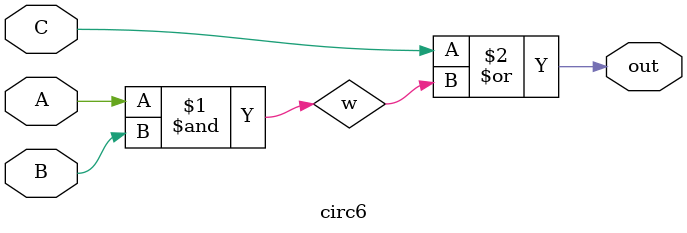
<source format=v>
module circ6(A, B, C, out);

input A;
input B;
input C;

output out;

wire w;

and #(5) g1 (w,A,B);

or #(9) g2 (out,C,w);

endmodule

</source>
